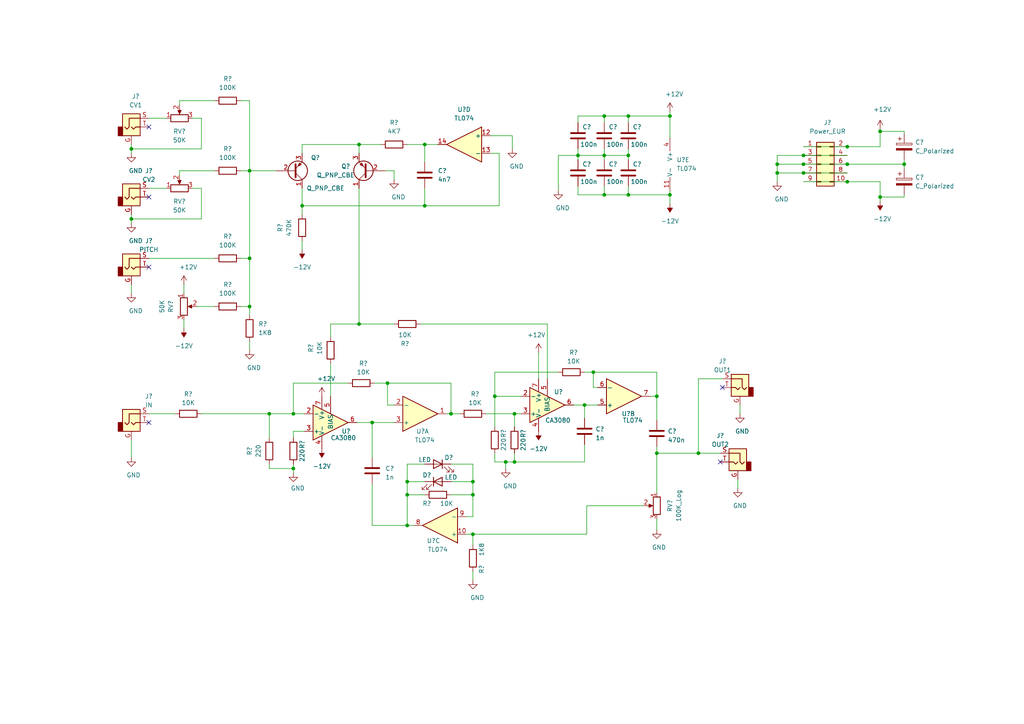
<source format=kicad_sch>
(kicad_sch (version 20201015) (generator eeschema)
  (paper "A4")
  (lib_symbols
    (symbol "Amplifier_Operational:CA3080" (pin_names (offset 0.127))
      (property "Reference" "U" (at 1.27 3.81 0))
      (property "Value" "CA3080" (at 1.27 -3.81 0))
      (symbol "CA3080_0_1"
        (polyline (pts (xy 5.08 0) (xy -5.08 -5.08) (xy -5.08 5.08) (xy 5.08 0)) (stroke (width 0.254)) (fill (type background)))
      )
      (symbol "CA3080_1_1"
        (pin unconnected line (at -2.54 2.54 270) (length 2.54) hide (name "NC") (number "1"))
        (pin input line (at -7.62 2.54 0) (length 2.54) (name "-") (number "2"))
        (pin input line (at -7.62 -2.54 0) (length 2.54) (name "+") (number "3"))
        (pin power_in line (at -2.54 -7.62 90) (length 3.81) (name "V-") (number "4"))
        (pin passive line (at 0 7.62 270) (length 5.08) (name "BIAS") (number "5"))
        (pin output line (at 7.62 0 180) (length 2.54) (name "~") (number "6"))
        (pin power_in line (at -2.54 7.62 270) (length 3.81) (name "V+") (number "7"))
        (pin unconnected line (at 0 2.54 270) (length 2.54) hide (name "NC") (number "8"))
      )
    )
    (symbol "Amplifier_Operational:TL074" (pin_names (offset 0.127))
      (property "Reference" "U" (at 0 5.08 0))
      (property "Value" "TL074" (at 0 -5.08 0))
      (symbol "TL074_1_1"
        (polyline (pts (xy -5.08 5.08) (xy 5.08 0) (xy -5.08 -5.08) (xy -5.08 5.08)) (stroke (width 0.254)) (fill (type background)))
        (pin output line (at 7.62 0 180) (length 2.54) (name "~") (number "1"))
        (pin input line (at -7.62 -2.54 0) (length 2.54) (name "-") (number "2"))
        (pin input line (at -7.62 2.54 0) (length 2.54) (name "+") (number "3"))
      )
      (symbol "TL074_2_1"
        (polyline (pts (xy -5.08 5.08) (xy 5.08 0) (xy -5.08 -5.08) (xy -5.08 5.08)) (stroke (width 0.254)) (fill (type background)))
        (pin input line (at -7.62 2.54 0) (length 2.54) (name "+") (number "5"))
        (pin input line (at -7.62 -2.54 0) (length 2.54) (name "-") (number "6"))
        (pin output line (at 7.62 0 180) (length 2.54) (name "~") (number "7"))
      )
      (symbol "TL074_3_1"
        (polyline (pts (xy -5.08 5.08) (xy 5.08 0) (xy -5.08 -5.08) (xy -5.08 5.08)) (stroke (width 0.254)) (fill (type background)))
        (pin input line (at -7.62 2.54 0) (length 2.54) (name "+") (number "10"))
        (pin output line (at 7.62 0 180) (length 2.54) (name "~") (number "8"))
        (pin input line (at -7.62 -2.54 0) (length 2.54) (name "-") (number "9"))
      )
      (symbol "TL074_4_1"
        (polyline (pts (xy -5.08 5.08) (xy 5.08 0) (xy -5.08 -5.08) (xy -5.08 5.08)) (stroke (width 0.254)) (fill (type background)))
        (pin input line (at -7.62 2.54 0) (length 2.54) (name "+") (number "12"))
        (pin input line (at -7.62 -2.54 0) (length 2.54) (name "-") (number "13"))
        (pin output line (at 7.62 0 180) (length 2.54) (name "~") (number "14"))
      )
      (symbol "TL074_5_1"
        (pin power_in line (at -2.54 -7.62 90) (length 3.81) (name "V-") (number "11"))
        (pin power_in line (at -2.54 7.62 270) (length 3.81) (name "V+") (number "4"))
      )
    )
    (symbol "Connector:AudioJack2_Ground"
      (property "Reference" "J" (at 0 8.89 0))
      (property "Value" "AudioJack2_Ground" (at 0 6.35 0))
      (symbol "AudioJack2_Ground_0_1"
        (rectangle (start -2.54 -2.54) (end -3.81 0) (stroke (width 0.254)) (fill (type outline)))
        (rectangle (start 2.54 3.81) (end -2.54 -2.54) (stroke (width 0.254)) (fill (type background)))
        (polyline (pts (xy 0 0) (xy 0.635 -0.635) (xy 1.27 0) (xy 2.54 0)) (stroke (width 0.254)))
        (polyline (pts (xy 2.54 2.54) (xy -0.635 2.54) (xy -0.635 0) (xy -1.27 -0.635) (xy -1.905 0)) (stroke (width 0.254)))
      )
      (symbol "AudioJack2_Ground_1_1"
        (pin passive line (at 0 -5.08 90) (length 2.54) (name "~") (number "G"))
        (pin passive line (at 5.08 2.54 180) (length 2.54) (name "~") (number "S"))
        (pin passive line (at 5.08 0 180) (length 2.54) (name "~") (number "T"))
      )
    )
    (symbol "Connector_Generic:Conn_02x05_Odd_Even" (pin_names (offset 1.016) hide)
      (property "Reference" "J" (at 1.27 7.62 0))
      (property "Value" "Conn_02x05_Odd_Even" (at 1.27 -7.62 0))
      (symbol "Conn_02x05_Odd_Even_1_1"
        (rectangle (start -1.27 -4.953) (end 0 -5.207) (stroke (width 0.1524)))
        (rectangle (start -1.27 -2.413) (end 0 -2.667) (stroke (width 0.1524)))
        (rectangle (start -1.27 2.667) (end 0 2.413) (stroke (width 0.1524)))
        (rectangle (start -1.27 5.207) (end 0 4.953) (stroke (width 0.1524)))
        (rectangle (start -1.27 6.35) (end 3.81 -6.35) (stroke (width 0.254)) (fill (type background)))
        (rectangle (start -1.27 0.127) (end 0 -0.127) (stroke (width 0.1524)))
        (rectangle (start 3.81 -4.953) (end 2.54 -5.207) (stroke (width 0.1524)))
        (rectangle (start 3.81 -2.413) (end 2.54 -2.667) (stroke (width 0.1524)))
        (rectangle (start 3.81 2.667) (end 2.54 2.413) (stroke (width 0.1524)))
        (rectangle (start 3.81 5.207) (end 2.54 4.953) (stroke (width 0.1524)))
        (rectangle (start 3.81 0.127) (end 2.54 -0.127) (stroke (width 0.1524)))
        (pin passive line (at -5.08 5.08 0) (length 3.81) (name "Pin_1") (number "1"))
        (pin passive line (at 7.62 -5.08 180) (length 3.81) (name "Pin_10") (number "10"))
        (pin passive line (at 7.62 5.08 180) (length 3.81) (name "Pin_2") (number "2"))
        (pin passive line (at -5.08 2.54 0) (length 3.81) (name "Pin_3") (number "3"))
        (pin passive line (at 7.62 2.54 180) (length 3.81) (name "Pin_4") (number "4"))
        (pin passive line (at -5.08 0 0) (length 3.81) (name "Pin_5") (number "5"))
        (pin passive line (at 7.62 0 180) (length 3.81) (name "Pin_6") (number "6"))
        (pin passive line (at -5.08 -2.54 0) (length 3.81) (name "Pin_7") (number "7"))
        (pin passive line (at 7.62 -2.54 180) (length 3.81) (name "Pin_8") (number "8"))
        (pin passive line (at -5.08 -5.08 0) (length 3.81) (name "Pin_9") (number "9"))
      )
    )
    (symbol "Device:C" (pin_numbers hide) (pin_names (offset 0.254))
      (property "Reference" "C" (at 0.635 2.54 0))
      (property "Value" "C" (at 0.635 -2.54 0))
      (symbol "C_0_1"
        (polyline (pts (xy -2.032 -0.762) (xy 2.032 -0.762)) (stroke (width 0.508)))
        (polyline (pts (xy -2.032 0.762) (xy 2.032 0.762)) (stroke (width 0.508)))
      )
      (symbol "C_1_1"
        (pin passive line (at 0 3.81 270) (length 2.794) (name "~") (number "1"))
        (pin passive line (at 0 -3.81 90) (length 2.794) (name "~") (number "2"))
      )
    )
    (symbol "Device:C_Polarized" (pin_numbers hide) (pin_names (offset 0.254))
      (property "Reference" "C" (at 0.635 2.54 0))
      (property "Value" "C_Polarized" (at 0.635 -2.54 0))
      (symbol "C_Polarized_0_1"
        (rectangle (start -2.286 0.508) (end 2.286 1.016))
        (rectangle (start 2.286 -0.508) (end -2.286 -1.016) (fill (type outline)))
        (polyline (pts (xy -1.778 2.286) (xy -0.762 2.286)))
        (polyline (pts (xy -1.27 2.794) (xy -1.27 1.778)))
      )
      (symbol "C_Polarized_1_1"
        (pin passive line (at 0 3.81 270) (length 2.794) (name "~") (number "1"))
        (pin passive line (at 0 -3.81 90) (length 2.794) (name "~") (number "2"))
      )
    )
    (symbol "Device:LED" (pin_numbers hide) (pin_names (offset 1.016) hide)
      (property "Reference" "D" (at 0 2.54 0))
      (property "Value" "LED" (at 0 -2.54 0))
      (symbol "LED_0_1"
        (polyline (pts (xy -1.27 -1.27) (xy -1.27 1.27)) (stroke (width 0.254)))
        (polyline (pts (xy -1.27 0) (xy 1.27 0)))
        (polyline (pts (xy 1.27 -1.27) (xy 1.27 1.27) (xy -1.27 0) (xy 1.27 -1.27)) (stroke (width 0.254)))
        (polyline (pts (xy -3.048 -0.762) (xy -4.572 -2.286) (xy -3.81 -2.286) (xy -4.572 -2.286) (xy -4.572 -1.524)))
        (polyline (pts (xy -1.778 -0.762) (xy -3.302 -2.286) (xy -2.54 -2.286) (xy -3.302 -2.286) (xy -3.302 -1.524)))
      )
      (symbol "LED_1_1"
        (pin passive line (at -3.81 0 0) (length 2.54) (name "K") (number "1"))
        (pin passive line (at 3.81 0 180) (length 2.54) (name "A") (number "2"))
      )
    )
    (symbol "Device:Q_PNP_CBE" (pin_names (offset 0) hide)
      (property "Reference" "Q" (at 5.08 1.27 0))
      (property "Value" "Q_PNP_CBE" (at 5.08 -1.27 0))
      (symbol "Q_PNP_CBE_0_1"
        (circle (center 1.27 0) (radius 2.8194) (stroke (width 0.254)))
        (polyline (pts (xy 0.635 0.635) (xy 2.54 2.54)))
        (polyline (pts (xy 0.635 -0.635) (xy 2.54 -2.54) (xy 2.54 -2.54)))
        (polyline (pts (xy 0.635 1.905) (xy 0.635 -1.905) (xy 0.635 -1.905)) (stroke (width 0.508)))
        (polyline (pts (xy 2.286 -1.778) (xy 1.778 -2.286) (xy 1.27 -1.27) (xy 2.286 -1.778) (xy 2.286 -1.778)) (fill (type outline)))
      )
      (symbol "Q_PNP_CBE_1_1"
        (pin passive line (at 2.54 5.08 270) (length 2.54) (name "C") (number "1"))
        (pin input line (at -5.08 0 0) (length 5.715) (name "B") (number "2"))
        (pin passive line (at 2.54 -5.08 90) (length 2.54) (name "E") (number "3"))
      )
    )
    (symbol "Device:R" (pin_numbers hide) (pin_names (offset 0))
      (property "Reference" "R" (at 2.032 0 90))
      (property "Value" "R" (at 0 0 90))
      (symbol "R_0_1"
        (rectangle (start -1.016 -2.54) (end 1.016 2.54) (stroke (width 0.254)))
      )
      (symbol "R_1_1"
        (pin passive line (at 0 3.81 270) (length 1.27) (name "~") (number "1"))
        (pin passive line (at 0 -3.81 90) (length 1.27) (name "~") (number "2"))
      )
    )
    (symbol "Device:R_Potentiometer" (pin_names (offset 1.016) hide)
      (property "Reference" "RV" (at -4.445 0 90))
      (property "Value" "R_Potentiometer" (at -2.54 0 90))
      (symbol "R_Potentiometer_0_1"
        (rectangle (start 1.016 2.54) (end -1.016 -2.54) (stroke (width 0.254)))
        (polyline (pts (xy 2.54 0) (xy 1.524 0)))
        (polyline (pts (xy 1.143 0) (xy 2.286 0.508) (xy 2.286 -0.508) (xy 1.143 0)) (fill (type outline)))
      )
      (symbol "R_Potentiometer_1_1"
        (pin passive line (at 0 3.81 270) (length 1.27) (name "1") (number "1"))
        (pin passive line (at 3.81 0 180) (length 1.27) (name "2") (number "2"))
        (pin passive line (at 0 -3.81 90) (length 1.27) (name "3") (number "3"))
      )
    )
    (symbol "power:+12V" (power) (pin_names (offset 0))
      (property "Value" "+12V" (at 0 3.556 0))
      (symbol "+12V_0_1"
        (polyline (pts (xy -0.762 1.27) (xy 0 2.54)))
        (polyline (pts (xy 0 0) (xy 0 2.54)))
        (polyline (pts (xy 0 2.54) (xy 0.762 1.27)))
      )
      (symbol "+12V_1_1"
        (pin power_in line (at 0 0 90) (length 0) hide (name "+12V") (number "1"))
      )
    )
    (symbol "power:-12V" (power) (pin_names (offset 0))
      (property "Value" "-12V" (at 0 3.81 0))
      (symbol "-12V_0_0"
        (pin power_in line (at 0 0 90) (length 0) hide (name "-12V") (number "1"))
      )
      (symbol "-12V_0_1"
        (polyline (pts (xy 0 0) (xy 0 1.27) (xy 0.762 1.27) (xy 0 2.54) (xy -0.762 1.27) (xy 0 1.27)) (fill (type outline)))
      )
    )
    (symbol "power:GND" (power) (pin_names (offset 0))
      (property "Value" "GND" (at 0 -3.81 0))
      (symbol "GND_0_1"
        (polyline (pts (xy 0 0) (xy 0 -1.27) (xy 1.27 -1.27) (xy 0 -2.54) (xy -1.27 -1.27) (xy 0 -1.27)))
      )
      (symbol "GND_1_1"
        (pin power_in line (at 0 0 270) (length 0) hide (name "GND") (number "1"))
      )
    )
  )
  (junction (at 38.1 43.18) (diameter 0.9144))
  (junction (at 38.1 63.5) (diameter 0.9144))
  (junction (at 72.39 49.53) (diameter 0.9144))
  (junction (at 72.39 74.93) (diameter 0.9144))
  (junction (at 72.39 88.9) (diameter 0.9144))
  (junction (at 78.105 120.015) (diameter 0.9144))
  (junction (at 85.09 120.015) (diameter 0.9144))
  (junction (at 85.09 135.89) (diameter 0.9144))
  (junction (at 87.63 59.69) (diameter 0.9144))
  (junction (at 104.14 41.91) (diameter 0.9144))
  (junction (at 104.14 93.98) (diameter 0.9144))
  (junction (at 107.95 122.555) (diameter 0.9144))
  (junction (at 112.395 111.125) (diameter 0.9144))
  (junction (at 118.11 139.7) (diameter 0.9144))
  (junction (at 118.11 143.51) (diameter 0.9144))
  (junction (at 118.11 152.4) (diameter 0.9144))
  (junction (at 123.19 41.91) (diameter 0.9144))
  (junction (at 123.19 59.69) (diameter 0.9144))
  (junction (at 130.81 120.015) (diameter 0.9144))
  (junction (at 137.16 139.7) (diameter 0.9144))
  (junction (at 137.16 143.51) (diameter 0.9144))
  (junction (at 137.16 154.94) (diameter 0.9144))
  (junction (at 143.51 114.935) (diameter 0.9144))
  (junction (at 146.685 133.985) (diameter 0.9144))
  (junction (at 149.225 120.015) (diameter 0.9144))
  (junction (at 149.225 133.985) (diameter 0.9144))
  (junction (at 167.64 45.085) (diameter 0.9144))
  (junction (at 169.545 117.475) (diameter 0.9144))
  (junction (at 172.085 107.95) (diameter 0.9144))
  (junction (at 175.26 33.655) (diameter 0.9144))
  (junction (at 175.26 45.085) (diameter 0.9144))
  (junction (at 175.26 56.515) (diameter 0.9144))
  (junction (at 182.245 33.655) (diameter 0.9144))
  (junction (at 182.245 45.085) (diameter 0.9144))
  (junction (at 182.245 56.515) (diameter 0.9144))
  (junction (at 190.5 114.935) (diameter 0.9144))
  (junction (at 190.5 131.445) (diameter 0.9144))
  (junction (at 194.31 33.655) (diameter 0.9144))
  (junction (at 194.31 56.515) (diameter 0.9144))
  (junction (at 202.565 131.445) (diameter 0.9144))
  (junction (at 225.425 47.625) (diameter 0.9144))
  (junction (at 225.425 50.165) (diameter 0.9144))
  (junction (at 233.045 45.085) (diameter 0.9144))
  (junction (at 233.045 47.625) (diameter 0.9144))
  (junction (at 233.045 50.165) (diameter 0.9144))
  (junction (at 245.745 42.545) (diameter 0.9144))
  (junction (at 245.745 47.625) (diameter 0.9144))
  (junction (at 245.745 52.705) (diameter 0.9144))
  (junction (at 255.27 38.1) (diameter 0.9144))
  (junction (at 255.27 57.15) (diameter 0.9144))
  (junction (at 262.255 47.625) (diameter 0.9144))
  (no_connect (at 43.18 36.83))
  (no_connect (at 43.18 57.15))
  (no_connect (at 43.18 77.47))
  (no_connect (at 43.18 122.555))
  (no_connect (at 208.915 133.985))
  (no_connect (at 209.55 112.395))
  (wire (pts (xy 38.1 41.91) (xy 38.1 43.18)))
  (wire (pts (xy 38.1 43.18) (xy 38.1 44.45)))
  (wire (pts (xy 38.1 43.18) (xy 58.42 43.18)))
  (wire (pts (xy 38.1 62.23) (xy 38.1 63.5)))
  (wire (pts (xy 38.1 63.5) (xy 38.1 64.77)))
  (wire (pts (xy 38.1 63.5) (xy 58.42 63.5)))
  (wire (pts (xy 38.1 82.55) (xy 38.1 85.09)))
  (wire (pts (xy 38.1 127.635) (xy 38.1 132.715)))
  (wire (pts (xy 43.18 34.29) (xy 48.26 34.29)))
  (wire (pts (xy 43.18 54.61) (xy 48.26 54.61)))
  (wire (pts (xy 43.18 74.93) (xy 62.23 74.93)))
  (wire (pts (xy 43.18 120.015) (xy 50.8 120.015)))
  (wire (pts (xy 52.07 29.21) (xy 62.23 29.21)))
  (wire (pts (xy 52.07 30.48) (xy 52.07 29.21)))
  (wire (pts (xy 52.07 49.53) (xy 62.23 49.53)))
  (wire (pts (xy 52.07 50.8) (xy 52.07 49.53)))
  (wire (pts (xy 53.34 82.55) (xy 53.34 85.09)))
  (wire (pts (xy 53.34 92.71) (xy 53.34 95.25)))
  (wire (pts (xy 55.88 54.61) (xy 58.42 54.61)))
  (wire (pts (xy 57.15 88.9) (xy 62.23 88.9)))
  (wire (pts (xy 58.42 34.29) (xy 55.88 34.29)))
  (wire (pts (xy 58.42 43.18) (xy 58.42 34.29)))
  (wire (pts (xy 58.42 63.5) (xy 58.42 54.61)))
  (wire (pts (xy 58.42 120.015) (xy 78.105 120.015)))
  (wire (pts (xy 69.85 29.21) (xy 72.39 29.21)))
  (wire (pts (xy 69.85 49.53) (xy 72.39 49.53)))
  (wire (pts (xy 69.85 74.93) (xy 72.39 74.93)))
  (wire (pts (xy 69.85 88.9) (xy 72.39 88.9)))
  (wire (pts (xy 72.39 29.21) (xy 72.39 49.53)))
  (wire (pts (xy 72.39 49.53) (xy 72.39 74.93)))
  (wire (pts (xy 72.39 49.53) (xy 80.01 49.53)))
  (wire (pts (xy 72.39 74.93) (xy 72.39 88.9)))
  (wire (pts (xy 72.39 88.9) (xy 72.39 91.44)))
  (wire (pts (xy 72.39 99.06) (xy 72.39 101.6)))
  (wire (pts (xy 78.105 120.015) (xy 78.105 127)))
  (wire (pts (xy 78.105 120.015) (xy 85.09 120.015)))
  (wire (pts (xy 78.105 134.62) (xy 78.105 135.89)))
  (wire (pts (xy 78.105 135.89) (xy 85.09 135.89)))
  (wire (pts (xy 85.09 111.125) (xy 85.09 120.015)))
  (wire (pts (xy 85.09 120.015) (xy 88.265 120.015)))
  (wire (pts (xy 85.09 125.095) (xy 85.09 127)))
  (wire (pts (xy 85.09 134.62) (xy 85.09 135.89)))
  (wire (pts (xy 85.09 135.89) (xy 85.09 137.16)))
  (wire (pts (xy 87.63 41.91) (xy 104.14 41.91)))
  (wire (pts (xy 87.63 44.45) (xy 87.63 41.91)))
  (wire (pts (xy 87.63 54.61) (xy 87.63 59.69)))
  (wire (pts (xy 87.63 59.69) (xy 87.63 62.23)))
  (wire (pts (xy 87.63 59.69) (xy 123.19 59.69)))
  (wire (pts (xy 87.63 69.85) (xy 87.63 72.39)))
  (wire (pts (xy 88.265 125.095) (xy 85.09 125.095)))
  (wire (pts (xy 95.885 93.98) (xy 95.885 97.79)))
  (wire (pts (xy 95.885 105.41) (xy 95.885 114.935)))
  (wire (pts (xy 100.965 111.125) (xy 85.09 111.125)))
  (wire (pts (xy 103.505 122.555) (xy 107.95 122.555)))
  (wire (pts (xy 104.14 41.91) (xy 104.14 44.45)))
  (wire (pts (xy 104.14 41.91) (xy 110.49 41.91)))
  (wire (pts (xy 104.14 54.61) (xy 104.14 93.98)))
  (wire (pts (xy 104.14 93.98) (xy 95.885 93.98)))
  (wire (pts (xy 104.14 93.98) (xy 114.3 93.98)))
  (wire (pts (xy 107.95 122.555) (xy 107.95 132.715)))
  (wire (pts (xy 107.95 122.555) (xy 114.3 122.555)))
  (wire (pts (xy 107.95 140.335) (xy 107.95 152.4)))
  (wire (pts (xy 107.95 152.4) (xy 118.11 152.4)))
  (wire (pts (xy 108.585 111.125) (xy 112.395 111.125)))
  (wire (pts (xy 111.76 49.53) (xy 114.3 49.53)))
  (wire (pts (xy 112.395 111.125) (xy 130.81 111.125)))
  (wire (pts (xy 112.395 117.475) (xy 112.395 111.125)))
  (wire (pts (xy 114.3 49.53) (xy 114.3 52.07)))
  (wire (pts (xy 114.3 117.475) (xy 112.395 117.475)))
  (wire (pts (xy 118.11 41.91) (xy 123.19 41.91)))
  (wire (pts (xy 118.11 134.62) (xy 123.19 134.62)))
  (wire (pts (xy 118.11 139.7) (xy 118.11 134.62)))
  (wire (pts (xy 118.11 139.7) (xy 123.19 139.7)))
  (wire (pts (xy 118.11 143.51) (xy 118.11 139.7)))
  (wire (pts (xy 118.11 143.51) (xy 123.19 143.51)))
  (wire (pts (xy 118.11 152.4) (xy 118.11 143.51)))
  (wire (pts (xy 120.015 152.4) (xy 118.11 152.4)))
  (wire (pts (xy 121.92 93.98) (xy 158.75 93.98)))
  (wire (pts (xy 123.19 41.91) (xy 127 41.91)))
  (wire (pts (xy 123.19 46.99) (xy 123.19 41.91)))
  (wire (pts (xy 123.19 59.69) (xy 123.19 54.61)))
  (wire (pts (xy 123.19 59.69) (xy 144.78 59.69)))
  (wire (pts (xy 130.81 111.125) (xy 130.81 120.015)))
  (wire (pts (xy 130.81 120.015) (xy 129.54 120.015)))
  (wire (pts (xy 130.81 120.015) (xy 133.35 120.015)))
  (wire (pts (xy 130.81 139.7) (xy 137.16 139.7)))
  (wire (pts (xy 130.81 143.51) (xy 137.16 143.51)))
  (wire (pts (xy 135.255 149.86) (xy 137.16 149.86)))
  (wire (pts (xy 137.16 134.62) (xy 130.81 134.62)))
  (wire (pts (xy 137.16 139.7) (xy 137.16 134.62)))
  (wire (pts (xy 137.16 143.51) (xy 137.16 139.7)))
  (wire (pts (xy 137.16 149.86) (xy 137.16 143.51)))
  (wire (pts (xy 137.16 154.94) (xy 135.255 154.94)))
  (wire (pts (xy 137.16 154.94) (xy 170.18 154.94)))
  (wire (pts (xy 137.16 158.115) (xy 137.16 154.94)))
  (wire (pts (xy 137.16 165.735) (xy 137.16 168.275)))
  (wire (pts (xy 140.97 120.015) (xy 149.225 120.015)))
  (wire (pts (xy 142.24 39.37) (xy 148.59 39.37)))
  (wire (pts (xy 143.51 107.95) (xy 143.51 114.935)))
  (wire (pts (xy 143.51 114.935) (xy 143.51 123.825)))
  (wire (pts (xy 143.51 133.985) (xy 143.51 131.445)))
  (wire (pts (xy 144.78 44.45) (xy 142.24 44.45)))
  (wire (pts (xy 144.78 59.69) (xy 144.78 44.45)))
  (wire (pts (xy 146.685 133.985) (xy 143.51 133.985)))
  (wire (pts (xy 146.685 133.985) (xy 149.225 133.985)))
  (wire (pts (xy 146.685 135.89) (xy 146.685 133.985)))
  (wire (pts (xy 148.59 39.37) (xy 148.59 43.18)))
  (wire (pts (xy 149.225 120.015) (xy 149.225 123.825)))
  (wire (pts (xy 149.225 120.015) (xy 151.13 120.015)))
  (wire (pts (xy 149.225 133.985) (xy 149.225 131.445)))
  (wire (pts (xy 149.225 133.985) (xy 169.545 133.985)))
  (wire (pts (xy 151.13 114.935) (xy 143.51 114.935)))
  (wire (pts (xy 156.21 102.235) (xy 156.21 109.855)))
  (wire (pts (xy 158.75 93.98) (xy 158.75 109.855)))
  (wire (pts (xy 161.925 45.085) (xy 167.64 45.085)))
  (wire (pts (xy 161.925 55.245) (xy 161.925 45.085)))
  (wire (pts (xy 161.925 107.95) (xy 143.51 107.95)))
  (wire (pts (xy 166.37 117.475) (xy 169.545 117.475)))
  (wire (pts (xy 167.64 33.655) (xy 167.64 35.56)))
  (wire (pts (xy 167.64 43.18) (xy 167.64 45.085)))
  (wire (pts (xy 167.64 45.085) (xy 167.64 46.355)))
  (wire (pts (xy 167.64 45.085) (xy 175.26 45.085)))
  (wire (pts (xy 167.64 53.975) (xy 167.64 56.515)))
  (wire (pts (xy 167.64 56.515) (xy 175.26 56.515)))
  (wire (pts (xy 169.545 107.95) (xy 172.085 107.95)))
  (wire (pts (xy 169.545 117.475) (xy 169.545 121.285)))
  (wire (pts (xy 169.545 117.475) (xy 173.355 117.475)))
  (wire (pts (xy 169.545 133.985) (xy 169.545 128.905)))
  (wire (pts (xy 170.18 146.685) (xy 186.69 146.685)))
  (wire (pts (xy 170.18 154.94) (xy 170.18 146.685)))
  (wire (pts (xy 172.085 107.95) (xy 190.5 107.95)))
  (wire (pts (xy 172.085 112.395) (xy 172.085 107.95)))
  (wire (pts (xy 172.085 112.395) (xy 173.355 112.395)))
  (wire (pts (xy 175.26 33.655) (xy 167.64 33.655)))
  (wire (pts (xy 175.26 33.655) (xy 175.26 35.56)))
  (wire (pts (xy 175.26 43.18) (xy 175.26 45.085)))
  (wire (pts (xy 175.26 45.085) (xy 175.26 46.355)))
  (wire (pts (xy 175.26 45.085) (xy 182.245 45.085)))
  (wire (pts (xy 175.26 53.975) (xy 175.26 56.515)))
  (wire (pts (xy 175.26 56.515) (xy 182.245 56.515)))
  (wire (pts (xy 182.245 33.655) (xy 175.26 33.655)))
  (wire (pts (xy 182.245 33.655) (xy 182.245 35.56)))
  (wire (pts (xy 182.245 43.18) (xy 182.245 45.085)))
  (wire (pts (xy 182.245 45.085) (xy 182.245 46.355)))
  (wire (pts (xy 182.245 53.975) (xy 182.245 56.515)))
  (wire (pts (xy 182.245 56.515) (xy 194.31 56.515)))
  (wire (pts (xy 190.5 107.95) (xy 190.5 114.935)))
  (wire (pts (xy 190.5 114.935) (xy 188.595 114.935)))
  (wire (pts (xy 190.5 114.935) (xy 190.5 121.92)))
  (wire (pts (xy 190.5 131.445) (xy 190.5 129.54)))
  (wire (pts (xy 190.5 131.445) (xy 190.5 142.875)))
  (wire (pts (xy 190.5 150.495) (xy 190.5 153.67)))
  (wire (pts (xy 194.31 32.385) (xy 194.31 33.655)))
  (wire (pts (xy 194.31 33.655) (xy 182.245 33.655)))
  (wire (pts (xy 194.31 33.655) (xy 194.31 40.005)))
  (wire (pts (xy 194.31 56.515) (xy 194.31 55.245)))
  (wire (pts (xy 194.31 59.055) (xy 194.31 56.515)))
  (wire (pts (xy 202.565 109.855) (xy 209.55 109.855)))
  (wire (pts (xy 202.565 131.445) (xy 190.5 131.445)))
  (wire (pts (xy 202.565 131.445) (xy 202.565 109.855)))
  (wire (pts (xy 208.915 131.445) (xy 202.565 131.445)))
  (wire (pts (xy 213.995 139.065) (xy 213.995 141.605)))
  (wire (pts (xy 214.63 117.475) (xy 214.63 120.015)))
  (wire (pts (xy 225.425 45.085) (xy 225.425 47.625)))
  (wire (pts (xy 225.425 47.625) (xy 225.425 50.165)))
  (wire (pts (xy 225.425 47.625) (xy 233.045 47.625)))
  (wire (pts (xy 225.425 50.165) (xy 225.425 52.705)))
  (wire (pts (xy 225.425 50.165) (xy 233.045 50.165)))
  (wire (pts (xy 233.045 42.545) (xy 245.745 42.545)))
  (wire (pts (xy 233.045 45.085) (xy 225.425 45.085)))
  (wire (pts (xy 233.045 45.085) (xy 245.745 45.085)))
  (wire (pts (xy 233.045 47.625) (xy 245.745 47.625)))
  (wire (pts (xy 233.045 50.165) (xy 245.745 50.165)))
  (wire (pts (xy 233.045 52.705) (xy 245.745 52.705)))
  (wire (pts (xy 245.745 42.545) (xy 255.27 42.545)))
  (wire (pts (xy 245.745 47.625) (xy 262.255 47.625)))
  (wire (pts (xy 245.745 52.705) (xy 255.27 52.705)))
  (wire (pts (xy 255.27 38.1) (xy 255.27 37.465)))
  (wire (pts (xy 255.27 42.545) (xy 255.27 38.1)))
  (wire (pts (xy 255.27 52.705) (xy 255.27 57.15)))
  (wire (pts (xy 255.27 57.15) (xy 255.27 58.42)))
  (wire (pts (xy 262.255 38.1) (xy 255.27 38.1)))
  (wire (pts (xy 262.255 38.735) (xy 262.255 38.1)))
  (wire (pts (xy 262.255 46.355) (xy 262.255 47.625)))
  (wire (pts (xy 262.255 47.625) (xy 262.255 48.895)))
  (wire (pts (xy 262.255 56.515) (xy 262.255 57.15)))
  (wire (pts (xy 262.255 57.15) (xy 255.27 57.15)))
  (symbol (lib_id "power:+12V") (at 53.34 82.55 0) (unit 1)
    (property "Reference" "#PWR?" (effects hide))
    (property "Value" "+12V" (at 54.61 77.47 0))
  )
  (symbol (lib_id "power:-12V") (at 53.34 95.25 180) (unit 1)
    (property "Reference" "#PWR?" (effects hide))
    (property "Value" "-12V" (at 53.34 100.33 0))
  )
  (symbol (lib_id "power:-12V") (at 87.63 72.39 180) (unit 1)
    (property "Reference" "#PWR?" (effects hide))
    (property "Value" "-12V" (at 87.63 77.47 0))
  )
  (symbol (lib_id "power:+12V") (at 93.345 114.935 0) (unit 1)
    (property "Reference" "#PWR?" (effects hide))
    (property "Value" "+12V" (at 94.615 109.855 0))
  )
  (symbol (lib_id "power:-12V") (at 93.345 130.175 180) (unit 1)
    (property "Reference" "#PWR?" (effects hide))
    (property "Value" "-12V" (at 93.345 135.255 0))
  )
  (symbol (lib_id "power:+12V") (at 156.21 102.235 0) (unit 1)
    (property "Reference" "#PWR?" (effects hide))
    (property "Value" "+12V" (at 155.575 97.155 0))
  )
  (symbol (lib_id "power:-12V") (at 156.21 125.095 180) (unit 1)
    (property "Reference" "#PWR?" (effects hide))
    (property "Value" "-12V" (at 156.21 130.175 0))
  )
  (symbol (lib_id "power:+12V") (at 194.31 32.385 0) (unit 1)
    (property "Reference" "#PWR?" (effects hide))
    (property "Value" "+12V" (at 195.58 27.305 0))
  )
  (symbol (lib_id "power:-12V") (at 194.31 59.055 180) (unit 1)
    (property "Reference" "#PWR?" (effects hide))
    (property "Value" "-12V" (at 194.31 64.135 0))
  )
  (symbol (lib_id "power:+12V") (at 255.27 37.465 0) (unit 1)
    (property "Reference" "#PWR?" (effects hide))
    (property "Value" "+12V" (at 255.905 31.75 0))
  )
  (symbol (lib_id "power:-12V") (at 255.27 58.42 180) (unit 1)
    (property "Reference" "#PWR?" (effects hide))
    (property "Value" "-12V" (at 255.905 63.5 0))
  )
  (symbol (lib_id "power:GND") (at 38.1 44.45 0) (unit 1)
    (property "Reference" "#PWR?" (effects hide))
    (property "Value" "GND" (at 39.37 49.53 0))
  )
  (symbol (lib_id "power:GND") (at 38.1 64.77 0) (unit 1)
    (property "Reference" "#PWR?" (effects hide))
    (property "Value" "GND" (at 39.37 69.85 0))
  )
  (symbol (lib_id "power:GND") (at 38.1 85.09 0) (unit 1)
    (property "Reference" "#PWR?" (effects hide))
    (property "Value" "GND" (at 39.37 90.17 0))
  )
  (symbol (lib_id "power:GND") (at 38.1 132.715 0) (unit 1)
    (property "Reference" "#PWR?" (effects hide))
    (property "Value" "GND" (at 38.735 137.795 0))
  )
  (symbol (lib_id "power:GND") (at 72.39 101.6 0) (unit 1)
    (property "Reference" "#PWR?" (effects hide))
    (property "Value" "GND" (at 73.66 106.68 0))
  )
  (symbol (lib_id "power:GND") (at 85.09 137.16 0) (unit 1)
    (property "Reference" "#PWR?" (effects hide))
    (property "Value" "GND" (at 86.36 141.605 0))
  )
  (symbol (lib_id "power:GND") (at 114.3 52.07 0) (unit 1)
    (property "Reference" "#PWR?" (effects hide))
    (property "Value" "GND" (at 115.57 57.15 0))
  )
  (symbol (lib_id "power:GND") (at 137.16 168.275 0) (unit 1)
    (property "Reference" "#PWR?" (effects hide))
    (property "Value" "GND" (at 138.43 173.355 0))
  )
  (symbol (lib_id "power:GND") (at 146.685 135.89 0) (unit 1)
    (property "Reference" "#PWR?" (effects hide))
    (property "Value" "GND" (at 147.955 140.97 0))
  )
  (symbol (lib_id "power:GND") (at 148.59 43.18 0) (unit 1)
    (property "Reference" "#PWR?" (effects hide))
    (property "Value" "GND" (at 149.86 48.26 0))
  )
  (symbol (lib_id "power:GND") (at 161.925 55.245 0) (unit 1)
    (property "Reference" "#PWR?" (effects hide))
    (property "Value" "GND" (at 163.195 60.325 0))
  )
  (symbol (lib_id "power:GND") (at 190.5 153.67 0) (unit 1)
    (property "Reference" "#PWR?" (effects hide))
    (property "Value" "GND" (at 191.135 158.75 0))
  )
  (symbol (lib_id "power:GND") (at 213.995 141.605 0) (unit 1)
    (property "Reference" "#PWR?" (effects hide))
    (property "Value" "GND" (at 214.63 146.685 0))
  )
  (symbol (lib_id "power:GND") (at 214.63 120.015 0) (unit 1)
    (property "Reference" "#PWR?" (effects hide))
    (property "Value" "GND" (at 215.265 125.095 0))
  )
  (symbol (lib_id "power:GND") (at 225.425 52.705 0) (unit 1)
    (property "Reference" "#PWR?" (effects hide))
    (property "Value" "GND" (at 226.695 57.785 0))
  )
  (symbol (lib_id "Device:R") (at 54.61 120.015 270) (unit 1)
    (property "Reference" "R?" (at 54.61 114.3 90))
    (property "Value" "10K" (at 54.61 116.84 90))
  )
  (symbol (lib_id "Device:R") (at 66.04 29.21 90) (unit 1)
    (property "Reference" "R?" (at 66.04 22.86 90))
    (property "Value" "100K" (at 66.04 25.4 90))
  )
  (symbol (lib_id "Device:R") (at 66.04 49.53 90) (unit 1)
    (property "Reference" "R?" (at 66.04 43.18 90))
    (property "Value" "100K" (at 66.04 45.72 90))
  )
  (symbol (lib_id "Device:R") (at 66.04 74.93 90) (unit 1)
    (property "Reference" "R?" (at 66.04 68.58 90))
    (property "Value" "100K" (at 66.04 71.12 90))
  )
  (symbol (lib_id "Device:R") (at 66.04 88.9 90) (unit 1)
    (property "Reference" "R?" (at 66.04 82.55 90))
    (property "Value" "100K" (at 66.04 85.09 90))
  )
  (symbol (lib_id "Device:R") (at 72.39 95.25 0) (unit 1)
    (property "Reference" "R?" (at 74.93 93.98 0) (effects (justify left)))
    (property "Value" "1K8" (at 74.93 96.52 0) (effects (justify left)))
  )
  (symbol (lib_id "Device:R") (at 78.105 130.81 0) (unit 1)
    (property "Reference" "R?" (at 72.39 130.81 90))
    (property "Value" "220" (at 74.93 130.81 90))
  )
  (symbol (lib_id "Device:R") (at 85.09 130.81 0) (unit 1)
    (property "Reference" "R?" (at 87.63 128.905 90))
    (property "Value" "220" (at 87.63 132.08 90))
  )
  (symbol (lib_id "Device:R") (at 87.63 66.04 180) (unit 1)
    (property "Reference" "R?" (at 81.28 66.04 90))
    (property "Value" "470K" (at 83.82 66.04 90))
  )
  (symbol (lib_id "Device:R") (at 95.885 101.6 180) (unit 1)
    (property "Reference" "R?" (at 90.17 100.965 90))
    (property "Value" "10K" (at 92.71 100.965 90))
  )
  (symbol (lib_id "Device:R") (at 104.775 111.125 90) (unit 1)
    (property "Reference" "R?" (at 105.41 105.41 90))
    (property "Value" "10K" (at 105.41 107.95 90))
  )
  (symbol (lib_id "Device:R") (at 114.3 41.91 90) (unit 1)
    (property "Reference" "R?" (at 114.3 35.56 90))
    (property "Value" "4K7" (at 114.3 38.1 90))
  )
  (symbol (lib_id "Device:R") (at 118.11 93.98 270) (unit 1)
    (property "Reference" "R?" (at 117.475 99.695 90))
    (property "Value" "10K" (at 117.475 97.155 90))
  )
  (symbol (lib_id "Device:R") (at 127 143.51 90) (unit 1)
    (property "Reference" "R?" (at 123.825 146.05 90))
    (property "Value" "10K" (at 129.54 146.05 90))
  )
  (symbol (lib_id "Device:R") (at 137.16 120.015 90) (unit 1)
    (property "Reference" "R?" (at 137.795 114.3 90))
    (property "Value" "10K" (at 137.795 116.84 90))
  )
  (symbol (lib_id "Device:R") (at 137.16 161.925 180) (unit 1)
    (property "Reference" "R?" (at 139.7 165.1 90))
    (property "Value" "1K8" (at 139.7 159.385 90))
  )
  (symbol (lib_id "Device:R") (at 143.51 127.635 0) (unit 1)
    (property "Reference" "R?" (at 146.05 125.73 90))
    (property "Value" "220" (at 146.05 128.905 90))
  )
  (symbol (lib_id "Device:R") (at 149.225 127.635 0) (unit 1)
    (property "Reference" "R?" (at 151.765 125.73 90))
    (property "Value" "220" (at 151.765 128.905 90))
  )
  (symbol (lib_id "Device:R") (at 165.735 107.95 90) (unit 1)
    (property "Reference" "R?" (at 166.37 102.235 90))
    (property "Value" "10K" (at 166.37 104.775 90))
  )
  (symbol (lib_id "Device:LED") (at 127 134.62 0) (mirror y) (unit 1)
    (property "Reference" "D?" (at 130.175 132.715 0))
    (property "Value" "LED" (at 123.19 133.35 0))
  )
  (symbol (lib_id "Device:LED") (at 127 139.7 0) (unit 1)
    (property "Reference" "D?" (at 123.825 137.795 0))
    (property "Value" "LED" (at 130.81 138.43 0))
  )
  (symbol (lib_id "Amplifier_Operational:TL074") (at 196.85 47.625 0) (unit 5)
    (property "Reference" "U?" (at 196.215 46.355 0) (effects (justify left)))
    (property "Value" "TL074" (at 196.215 48.895 0) (effects (justify left)))
    (property "Datasheet" "http://www.ti.com/lit/ds/symlink/tl071.pdf" (effects hide))
  )
  (symbol (lib_id "Device:C") (at 107.95 136.525 0) (unit 1)
    (property "Reference" "C?" (at 111.76 135.89 0) (effects (justify left)))
    (property "Value" "1n" (at 111.76 138.43 0) (effects (justify left)))
  )
  (symbol (lib_id "Device:C") (at 123.19 50.8 0) (unit 1)
    (property "Reference" "C?" (at 127 49.53 0) (effects (justify left)))
    (property "Value" "4n7" (at 127 52.07 0) (effects (justify left)))
  )
  (symbol (lib_id "Device:C") (at 167.64 39.37 0) (unit 1)
    (property "Reference" "C?" (at 168.91 36.83 0) (effects (justify left)))
    (property "Value" "100n" (at 168.275 41.91 0) (effects (justify left)))
  )
  (symbol (lib_id "Device:C") (at 167.64 50.165 0) (unit 1)
    (property "Reference" "C?" (at 168.91 47.625 0) (effects (justify left)))
    (property "Value" "100n" (at 168.275 52.705 0) (effects (justify left)))
  )
  (symbol (lib_id "Device:C") (at 169.545 125.095 0) (unit 1)
    (property "Reference" "C?" (at 172.72 124.46 0) (effects (justify left)))
    (property "Value" "1n" (at 172.72 127 0) (effects (justify left)))
  )
  (symbol (lib_id "Device:C") (at 175.26 39.37 0) (unit 1)
    (property "Reference" "C?" (at 176.53 36.83 0) (effects (justify left)))
    (property "Value" "100n" (at 175.895 41.91 0) (effects (justify left)))
  )
  (symbol (lib_id "Device:C") (at 175.26 50.165 0) (unit 1)
    (property "Reference" "C?" (at 176.53 47.625 0) (effects (justify left)))
    (property "Value" "100n" (at 175.895 52.705 0) (effects (justify left)))
  )
  (symbol (lib_id "Device:C") (at 182.245 39.37 0) (unit 1)
    (property "Reference" "C?" (at 183.515 36.83 0) (effects (justify left)))
    (property "Value" "100n" (at 182.88 41.91 0) (effects (justify left)))
  )
  (symbol (lib_id "Device:C") (at 182.245 50.165 0) (unit 1)
    (property "Reference" "C?" (at 183.515 47.625 0) (effects (justify left)))
    (property "Value" "100n" (at 182.88 52.705 0) (effects (justify left)))
  )
  (symbol (lib_id "Device:C") (at 190.5 125.73 0) (unit 1)
    (property "Reference" "C?" (at 193.675 125.095 0) (effects (justify left)))
    (property "Value" "470n" (at 193.675 127.635 0) (effects (justify left)))
  )
  (symbol (lib_id "Device:C_Polarized") (at 262.255 42.545 0) (unit 1)
    (property "Reference" "C?" (at 265.43 41.275 0) (effects (justify left)))
    (property "Value" "C_Polarized" (at 265.43 43.815 0) (effects (justify left)))
  )
  (symbol (lib_id "Device:C_Polarized") (at 262.255 52.705 0) (unit 1)
    (property "Reference" "C?" (at 265.43 51.435 0) (effects (justify left)))
    (property "Value" "C_Polarized" (at 265.43 53.975 0) (effects (justify left)))
  )
  (symbol (lib_id "Device:R_Potentiometer") (at 52.07 34.29 90) (unit 1)
    (property "Reference" "RV?" (at 52.07 38.1 90))
    (property "Value" "50K" (at 52.07 40.64 90))
  )
  (symbol (lib_id "Device:R_Potentiometer") (at 52.07 54.61 90) (unit 1)
    (property "Reference" "RV?" (at 52.07 58.42 90))
    (property "Value" "50K" (at 52.07 60.96 90))
  )
  (symbol (lib_id "Device:R_Potentiometer") (at 53.34 88.9 0) (unit 1)
    (property "Reference" "RV?" (at 49.53 88.9 90))
    (property "Value" "50K" (at 46.99 88.9 90))
  )
  (symbol (lib_id "Device:R_Potentiometer") (at 190.5 146.685 0) (mirror y) (unit 1)
    (property "Reference" "RV?" (at 194.31 146.685 90))
    (property "Value" "100K_Log" (at 196.85 146.685 90))
  )
  (symbol (lib_id "Connector:AudioJack2_Ground") (at 38.1 36.83 0) (unit 1)
    (property "Reference" "J?" (at 39.37 27.94 0))
    (property "Value" "CV1" (at 39.37 30.48 0))
  )
  (symbol (lib_id "Connector:AudioJack2_Ground") (at 38.1 57.15 0) (unit 1)
    (property "Reference" "J?" (at 43.18 49.53 0))
    (property "Value" "CV2" (at 43.18 52.07 0))
  )
  (symbol (lib_id "Connector:AudioJack2_Ground") (at 38.1 77.47 0) (unit 1)
    (property "Reference" "J?" (at 43.18 69.85 0))
    (property "Value" "PITCH" (at 43.18 72.39 0))
  )
  (symbol (lib_id "Connector:AudioJack2_Ground") (at 38.1 122.555 0) (unit 1)
    (property "Reference" "J?" (at 43.18 114.935 0))
    (property "Value" "IN" (at 43.18 117.475 0))
  )
  (symbol (lib_id "Connector:AudioJack2_Ground") (at 213.995 133.985 0) (mirror y) (unit 1)
    (property "Reference" "J?" (at 208.915 126.365 0))
    (property "Value" "OUT2" (at 208.915 128.905 0))
  )
  (symbol (lib_id "Connector:AudioJack2_Ground") (at 214.63 112.395 0) (mirror y) (unit 1)
    (property "Reference" "J?" (at 209.55 104.775 0))
    (property "Value" "OUT1" (at 209.55 107.315 0))
  )
  (symbol (lib_id "Device:Q_PNP_CBE") (at 85.09 49.53 0) (mirror x) (unit 1)
    (property "Reference" "Q?" (at 90.17 45.72 0) (effects (justify left)))
    (property "Value" "Q_PNP_CBE" (at 88.9 54.61 0) (effects (justify left)))
  )
  (symbol (lib_id "Device:Q_PNP_CBE") (at 106.68 49.53 180) (unit 1)
    (property "Reference" "Q?" (at 101.6 48.26 0) (effects (justify left)))
    (property "Value" "Q_PNP_CBE" (at 102.87 50.8 0) (effects (justify left)))
  )
  (symbol (lib_id "Amplifier_Operational:TL074") (at 121.92 120.015 0) (mirror x) (unit 1)
    (property "Reference" "U?" (at 122.555 125.095 0))
    (property "Value" "TL074" (at 123.19 127.635 0))
    (property "Datasheet" "http://www.ti.com/lit/ds/symlink/tl071.pdf" (effects hide))
  )
  (symbol (lib_id "Amplifier_Operational:TL074") (at 127.635 152.4 180) (unit 3)
    (property "Reference" "U?" (at 125.73 156.845 0))
    (property "Value" "TL074" (at 127 159.385 0))
    (property "Datasheet" "http://www.ti.com/lit/ds/symlink/tl071.pdf" (effects hide))
  )
  (symbol (lib_id "Amplifier_Operational:TL074") (at 134.62 41.91 0) (mirror y) (unit 4)
    (property "Reference" "U?" (at 134.62 31.75 0))
    (property "Value" "TL074" (at 134.62 34.29 0))
    (property "Datasheet" "http://www.ti.com/lit/ds/symlink/tl071.pdf" (effects hide))
  )
  (symbol (lib_id "Amplifier_Operational:TL074") (at 180.975 114.935 0) (mirror x) (unit 2)
    (property "Reference" "U?" (at 182.245 120.015 0))
    (property "Value" "TL074" (at 183.515 121.92 0))
    (property "Datasheet" "http://www.ti.com/lit/ds/symlink/tl071.pdf" (effects hide))
  )
  (symbol (lib_id "Connector_Generic:Conn_02x05_Odd_Even") (at 238.125 47.625 0) (unit 1)
    (property "Reference" "J?" (at 240.03 35.56 0))
    (property "Value" "Power_EUR" (at 240.03 38.1 0))
  )
  (symbol (lib_id "Amplifier_Operational:CA3080") (at 95.885 122.555 0) (unit 1)
    (property "Reference" "U?" (at 99.06 125.095 0) (effects (justify left)))
    (property "Value" "CA3080" (at 95.885 127 0) (effects (justify left)))
    (property "Datasheet" "http://www.intersil.com/content/dam/Intersil/documents/ca30/ca3080-a.pdf" (effects hide))
  )
  (symbol (lib_id "Amplifier_Operational:CA3080") (at 158.75 117.475 0) (unit 1)
    (property "Reference" "U?" (at 160.655 113.665 0) (effects (justify left)))
    (property "Value" "CA3080" (at 158.115 121.92 0) (effects (justify left)))
    (property "Datasheet" "http://www.intersil.com/content/dam/Intersil/documents/ca30/ca3080-a.pdf" (effects hide))
  )
)
</source>
